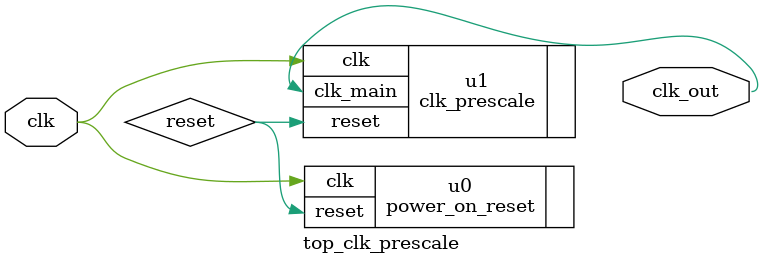
<source format=v>
module top_clk_prescale(clk,clk_out);
input clk;
output clk_out;


//generate reset signal.
wire reset;
power_on_reset u0 (.clk(clk),//input,49.152MHz.
					.reset(reset));//output.

clk_prescale u1(.clk(clk),//input.
				.reset(reset),//input.
				.clk_main(clk_out));//output.
endmodule
</source>
